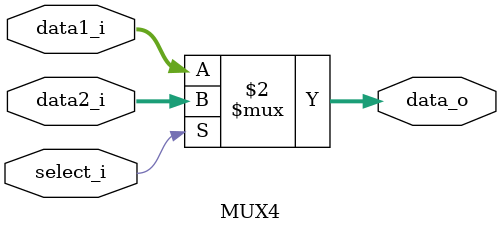
<source format=v>
module MUX4(
    data1_i,
    data2_i,
    select_i,
    data_o
);

input	[31:0]	data1_i;
input 	[31:0]	data2_i;
input select_i;
output 	[31:0]	data_o;

assign data_o = (select_i == 1'b0)?data1_i:data2_i;

endmodule

</source>
